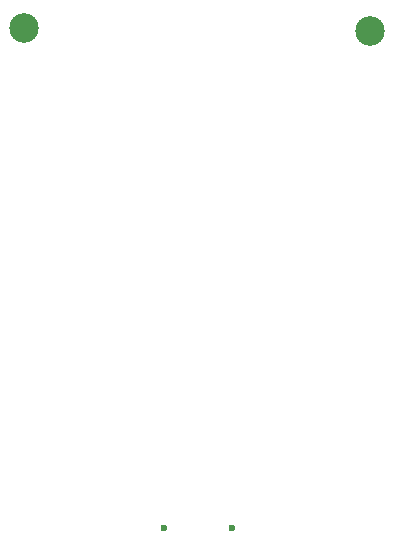
<source format=gbr>
%TF.GenerationSoftware,KiCad,Pcbnew,7.0.9*%
%TF.CreationDate,2024-01-07T11:32:03+01:00*%
%TF.ProjectId,esp32_programmer,65737033-325f-4707-926f-6772616d6d65,rev?*%
%TF.SameCoordinates,Original*%
%TF.FileFunction,NonPlated,1,2,NPTH,Drill*%
%TF.FilePolarity,Positive*%
%FSLAX46Y46*%
G04 Gerber Fmt 4.6, Leading zero omitted, Abs format (unit mm)*
G04 Created by KiCad (PCBNEW 7.0.9) date 2024-01-07 11:32:03*
%MOMM*%
%LPD*%
G01*
G04 APERTURE LIST*
%TA.AperFunction,ComponentDrill*%
%ADD10C,0.600000*%
%TD*%
%TA.AperFunction,ComponentDrill*%
%ADD11C,2.500000*%
%TD*%
G04 APERTURE END LIST*
D10*
%TO.C,P1*%
X142860000Y-130385000D03*
X148640000Y-130385000D03*
D11*
%TO.C,H12*%
X131000000Y-88000000D03*
%TO.C,H13*%
X160250000Y-88250000D03*
M02*

</source>
